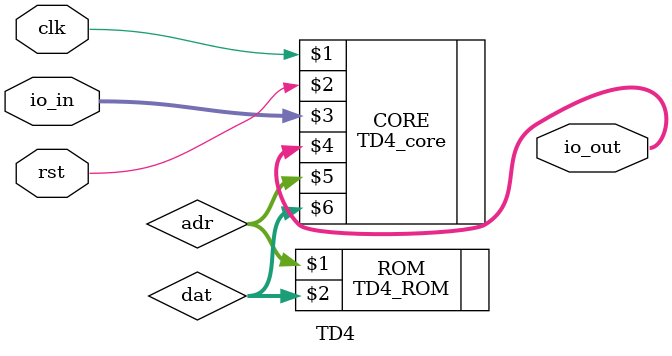
<source format=v>

module TD4(clk,rst, io_in, io_out);

input clk,rst;
input  [3:0] io_in;
output [3:0] io_out;
wire [3:0] adr;
wire [7:0] dat;

reg [3:0] io_out;

TD4_core CORE(
    clk,
    rst,
    io_in,
    io_out,
    adr,
    dat);

TD4_ROM ROM(adr,dat);

endmodule

</source>
